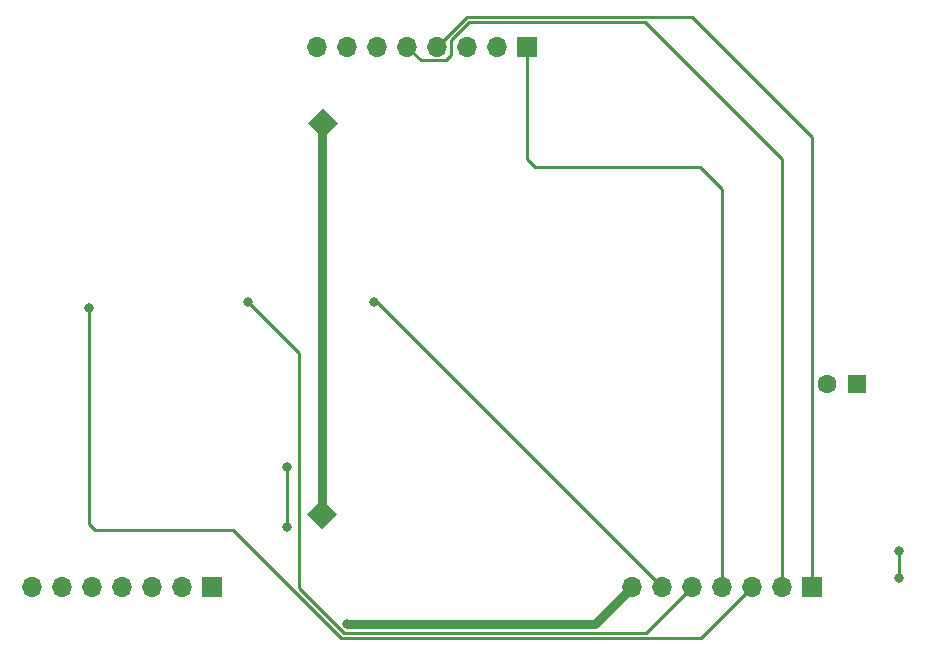
<source format=gbr>
%TF.GenerationSoftware,KiCad,Pcbnew,7.0.2*%
%TF.CreationDate,2023-05-26T00:09:40+09:00*%
%TF.ProjectId,JinBoard,4a696e42-6f61-4726-942e-6b696361645f,rev?*%
%TF.SameCoordinates,Original*%
%TF.FileFunction,Copper,L2,Bot*%
%TF.FilePolarity,Positive*%
%FSLAX46Y46*%
G04 Gerber Fmt 4.6, Leading zero omitted, Abs format (unit mm)*
G04 Created by KiCad (PCBNEW 7.0.2) date 2023-05-26 00:09:40*
%MOMM*%
%LPD*%
G01*
G04 APERTURE LIST*
G04 Aperture macros list*
%AMOutline4P*
0 Free polygon, 4 corners , with rotation*
0 The origin of the aperture is its center*
0 number of corners: always 4*
0 $1 to $8 corner X, Y*
0 $9 Rotation angle, in degrees counterclockwise*
0 create outline with 4 corners*
4,1,4,$1,$2,$3,$4,$5,$6,$7,$8,$1,$2,$9*%
G04 Aperture macros list end*
%TA.AperFunction,ComponentPad*%
%ADD10R,1.600000X1.600000*%
%TD*%
%TA.AperFunction,ComponentPad*%
%ADD11C,1.600000*%
%TD*%
%TA.AperFunction,ComponentPad*%
%ADD12R,1.700000X1.700000*%
%TD*%
%TA.AperFunction,ComponentPad*%
%ADD13O,1.700000X1.700000*%
%TD*%
%TA.AperFunction,ComponentPad*%
%ADD14Outline4P,-1.270000X0.000000X0.000000X1.270000X1.270000X0.000000X0.000000X-1.270000X180.000000*%
%TD*%
%TA.AperFunction,ViaPad*%
%ADD15C,0.800000*%
%TD*%
%TA.AperFunction,Conductor*%
%ADD16C,0.800000*%
%TD*%
%TA.AperFunction,Conductor*%
%ADD17C,0.250000*%
%TD*%
G04 APERTURE END LIST*
D10*
%TO.P,C2,1*%
%TO.N,+5V*%
X184110000Y-109855000D03*
D11*
%TO.P,C2,2*%
%TO.N,GND*%
X181610000Y-109855000D03*
%TD*%
D12*
%TO.P,J1,1,Pin_1*%
%TO.N,/RA3*%
X156195000Y-81280000D03*
D13*
%TO.P,J1,2,Pin_2*%
%TO.N,+5V*%
X153655000Y-81280000D03*
%TO.P,J1,3,Pin_3*%
%TO.N,GND*%
X151115000Y-81280000D03*
%TO.P,J1,4,Pin_4*%
%TO.N,/RA0*%
X148575000Y-81280000D03*
%TO.P,J1,5,Pin_5*%
%TO.N,/RA1*%
X146035000Y-81280000D03*
%TO.P,J1,6,Pin_6*%
%TO.N,unconnected-(J1-Pin_6-Pad6)*%
X143495000Y-81280000D03*
%TO.P,J1,7,Pin_7*%
%TO.N,unconnected-(J1-Pin_7-Pad7)*%
X140955000Y-81280000D03*
%TO.P,J1,8,Pin_8*%
%TO.N,unconnected-(J1-Pin_8-Pad8)*%
X138415000Y-81280000D03*
%TD*%
D14*
%TO.P,REF\u002A\u002A,1*%
%TO.N,+5V*%
X138888002Y-87714107D03*
X138863002Y-120889107D03*
%TD*%
D12*
%TO.P,J3,1,Pin_1*%
%TO.N,/RA0*%
X180340000Y-127000000D03*
D13*
%TO.P,J3,2,Pin_2*%
%TO.N,/RA1*%
X177800000Y-127000000D03*
%TO.P,J3,3,Pin_3*%
%TO.N,/RA2*%
X175260000Y-127000000D03*
%TO.P,J3,4,Pin_4*%
%TO.N,/RA3*%
X172720000Y-127000000D03*
%TO.P,J3,5,Pin_5*%
%TO.N,/RA4*%
X170180000Y-127000000D03*
%TO.P,J3,6,Pin_6*%
%TO.N,/RA5*%
X167640000Y-127000000D03*
%TO.P,J3,7,Pin_7*%
%TO.N,+5V*%
X165100000Y-127000000D03*
%TD*%
D12*
%TO.P,J4,1,Pin_1*%
%TO.N,/RC0*%
X129540000Y-127000000D03*
D13*
%TO.P,J4,2,Pin_2*%
%TO.N,/RC1*%
X127000000Y-127000000D03*
%TO.P,J4,3,Pin_3*%
%TO.N,/RC2*%
X124460000Y-127000000D03*
%TO.P,J4,4,Pin_4*%
%TO.N,/RC3*%
X121920000Y-127000000D03*
%TO.P,J4,5,Pin_5*%
%TO.N,/RC4*%
X119380000Y-127000000D03*
%TO.P,J4,6,Pin_6*%
%TO.N,/RC5*%
X116840000Y-127000000D03*
%TO.P,J4,7,Pin_7*%
%TO.N,GND*%
X114300000Y-127000000D03*
%TD*%
D15*
%TO.N,+5V*%
X140970000Y-130175000D03*
%TO.N,GND*%
X187706000Y-123952000D03*
X135890000Y-121920000D03*
X135890000Y-116840000D03*
X187706000Y-126238000D03*
%TO.N,/RA5*%
X143256000Y-102870000D03*
%TO.N,/RA4*%
X132588000Y-102870000D03*
%TO.N,/RA2*%
X119126000Y-103378000D03*
%TD*%
D16*
%TO.N,+5V*%
X138863002Y-120889107D02*
X138863002Y-87739107D01*
X165100000Y-127000000D02*
X161925000Y-130175000D01*
X161925000Y-130175000D02*
X140970000Y-130175000D01*
X138863002Y-87739107D02*
X138888002Y-87714107D01*
D17*
%TO.N,GND*%
X135890000Y-121920000D02*
X135890000Y-116840000D01*
X187706000Y-123952000D02*
X187706000Y-126238000D01*
%TO.N,/RA5*%
X143510000Y-102870000D02*
X143256000Y-102870000D01*
X167640000Y-127000000D02*
X143510000Y-102870000D01*
%TO.N,/RA4*%
X136906000Y-127136305D02*
X136906000Y-121412000D01*
X140669695Y-130900000D02*
X136906000Y-127136305D01*
X132588000Y-102870000D02*
X136906000Y-107188000D01*
X136906000Y-107188000D02*
X136906000Y-121412000D01*
X170180000Y-127000000D02*
X166280000Y-130900000D01*
X166280000Y-130900000D02*
X140669695Y-130900000D01*
%TO.N,/RA3*%
X172720000Y-127000000D02*
X172720000Y-93345000D01*
X156195000Y-87615000D02*
X156195000Y-81280000D01*
X156210000Y-87630000D02*
X156195000Y-87615000D01*
X156210000Y-90805000D02*
X156210000Y-87630000D01*
X170815000Y-91440000D02*
X156845000Y-91440000D01*
X156845000Y-91440000D02*
X156210000Y-90805000D01*
X172720000Y-93345000D02*
X170815000Y-91440000D01*
%TO.N,/RA2*%
X131307299Y-122174000D02*
X140483299Y-131350000D01*
X119126000Y-121666000D02*
X119634000Y-122174000D01*
X119126000Y-103378000D02*
X119126000Y-121666000D01*
X175260000Y-127000000D02*
X170910000Y-131350000D01*
X170910000Y-131350000D02*
X141732000Y-131350000D01*
X140483299Y-131350000D02*
X141732000Y-131350000D01*
X119634000Y-122174000D02*
X131307299Y-122174000D01*
%TO.N,/RA1*%
X177800000Y-90805000D02*
X166185000Y-79190000D01*
X149320000Y-82455000D02*
X147210000Y-82455000D01*
X149750000Y-82025000D02*
X149320000Y-82455000D01*
X151315000Y-79190000D02*
X149750000Y-80755000D01*
X166185000Y-79190000D02*
X151315000Y-79190000D01*
X149750000Y-80755000D02*
X149750000Y-82025000D01*
X177800000Y-127000000D02*
X177800000Y-90805000D01*
X147210000Y-82455000D02*
X146035000Y-81280000D01*
%TO.N,/RA0*%
X180340000Y-127000000D02*
X180340000Y-88900000D01*
X170180000Y-78740000D02*
X151115000Y-78740000D01*
X151115000Y-78740000D02*
X148575000Y-81280000D01*
X180340000Y-88900000D02*
X170180000Y-78740000D01*
%TD*%
M02*

</source>
